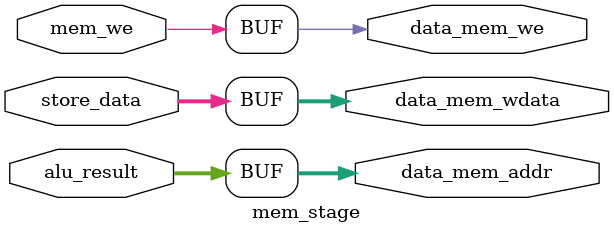
<source format=sv>
module mem_stage (
    input  logic [63:0] alu_result,
    input  logic [63:0] store_data,
    input  logic        mem_we,

    output logic [63:0] data_mem_addr,
    output logic [63:0] data_mem_wdata,
    output logic        data_mem_we
);

    assign data_mem_addr  = alu_result;
    assign data_mem_wdata = store_data;
    assign data_mem_we    = mem_we;

endmodule

</source>
